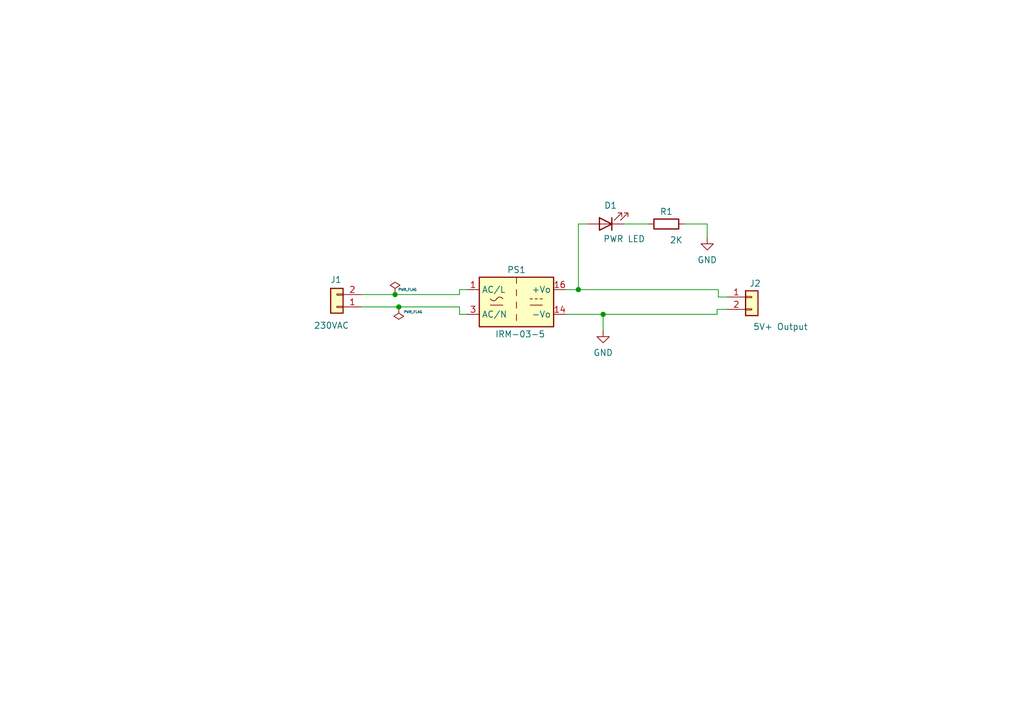
<source format=kicad_sch>
(kicad_sch (version 20211123) (generator eeschema)
  (paper "A5")
  (title_block (title "LL IRM-03 Breakout Board") (date "2022-11-25") (rev "0.1") (company "LL DIY"))
  (lib_symbols
    (symbol "Connector_Generic:Conn_01x02" (pin_names (offset 1.016) hide)
      (property "Reference" "J" (at 0 2.54 0))
      (property "Value" "Conn_01x02" (at 0 -5.08 0))
      (symbol "Conn_01x02_1_1"
        (rectangle (start -1.27 -2.413) (end 0 -2.667) (stroke (width 0.1524)))
        (rectangle (start -1.27 0.127) (end 0 -0.127) (stroke (width 0.1524)))
        (rectangle (start -1.27 1.27) (end 1.27 -3.81) (stroke (width 0.254)) (fill (type background)))
        (pin passive line (at -5.08 0 0) (length 3.81) (name "Pin_1") (number "1"))
        (pin passive line (at -5.08 -2.54 0) (length 3.81) (name "Pin_2") (number "2"))
      )
    )
    (symbol "Converter_ACDC:IRM-03-5"
      (property "Reference" "PS" (at 0 6.35 0))
      (property "Value" "IRM-03-5" (at 0 -6.35 0))
      (symbol "IRM-03-5_0_1"
        (rectangle (start -7.62 5.08) (end 7.62 -5.08) (stroke (width 0.254)) (fill (type background)))
        (arc (start -5.334 0.635) (mid -4.699 0.2495) (end -4.064 0.635))
        (arc (start -2.794 0.635) (mid -3.429 1.0072) (end -4.064 0.635))
        (polyline (pts (xy -5.334 -0.635) (xy -2.794 -0.635)))
        (polyline (pts (xy 0 -2.54) (xy 0 -3.81)))
        (polyline (pts (xy 0 0) (xy 0 -1.27)))
        (polyline (pts (xy 0 2.54) (xy 0 1.27)))
        (polyline (pts (xy 0 5.08) (xy 0 3.81)))
        (polyline (pts (xy 2.794 -0.635) (xy 5.334 -0.635)))
        (polyline (pts (xy 2.794 0.635) (xy 3.302 0.635)))
        (polyline (pts (xy 3.81 0.635) (xy 4.318 0.635)))
        (polyline (pts (xy 4.826 0.635) (xy 5.334 0.635)))
      )
      (symbol "IRM-03-5_1_1"
        (pin power_in line (at -10.16 2.54 0) (length 2.54) (name "AC/L") (number "1"))
        (pin power_out line (at 10.16 -2.54 180) (length 2.54) (name "-Vo") (number "14"))
        (pin power_out line (at 10.16 2.54 180) (length 2.54) (name "+Vo") (number "16"))
        (pin power_in line (at -10.16 -2.54 0) (length 2.54) (name "AC/N") (number "3"))
        (pin no_connect line (at -7.62 0 0) (length 2.54) hide (name "NC") (number "5"))
      )
    )
    (symbol "Device:LED" (pin_numbers hide) (pin_names (offset 1.016) hide)
      (property "Reference" "D" (at 0 2.54 0))
      (property "Value" "LED" (at 0 -2.54 0))
      (symbol "LED_0_1"
        (polyline (pts (xy -1.27 -1.27) (xy -1.27 1.27)) (stroke (width 0.254)))
        (polyline (pts (xy -1.27 0) (xy 1.27 0)))
        (polyline (pts (xy 1.27 -1.27) (xy 1.27 1.27) (xy -1.27 0) (xy 1.27 -1.27)) (stroke (width 0.254)))
        (polyline (pts (xy -3.048 -0.762) (xy -4.572 -2.286) (xy -3.81 -2.286) (xy -4.572 -2.286) (xy -4.572 -1.524)))
        (polyline (pts (xy -1.778 -0.762) (xy -3.302 -2.286) (xy -2.54 -2.286) (xy -3.302 -2.286) (xy -3.302 -1.524)))
      )
      (symbol "LED_1_1"
        (pin passive line (at -3.81 0 0) (length 2.54) (name "K") (number "1"))
        (pin passive line (at 3.81 0 180) (length 2.54) (name "A") (number "2"))
      )
    )
    (symbol "Device:R" (pin_numbers hide) (pin_names (offset 0))
      (property "Reference" "R" (at 2.032 0 90))
      (property "Value" "R" (at 0 0 90))
      (symbol "R_0_1"
        (rectangle (start -1.016 -2.54) (end 1.016 2.54) (stroke (width 0.254)))
      )
      (symbol "R_1_1"
        (pin passive line (at 0 3.81 270) (length 1.27) (name "~") (number "1"))
        (pin passive line (at 0 -3.81 90) (length 1.27) (name "~") (number "2"))
      )
    )
    (symbol "power:GND" (power) (pin_names (offset 0))
      (property "Value" "GND" (at 0 -3.81 0))
      (symbol "GND_0_1"
        (polyline (pts (xy 0 0) (xy 0 -1.27) (xy 1.27 -1.27) (xy 0 -2.54) (xy -1.27 -1.27) (xy 0 -1.27)))
      )
      (symbol "GND_1_1"
        (pin power_in line (at 0 0 270) (length 0) hide (name "GND") (number "1"))
      )
    )
    (symbol "power:PWR_FLAG" (power) (pin_numbers hide) (pin_names (offset 0) hide)
      (property "Value" "PWR_FLAG" (at 0 3.81 0))
      (symbol "PWR_FLAG_0_0"
        (pin power_out line (at 0 0 90) (length 0) (name "pwr") (number "1"))
      )
      (symbol "PWR_FLAG_0_1"
        (polyline (pts (xy 0 0) (xy 0 1.27) (xy -1.016 1.905) (xy 0 2.54) (xy 1.016 1.905) (xy 0 1.27)))
      )
    )
  )
  (junction (at 81.788 62.992))
  (junction (at 123.698 64.516))
  (junction (at 118.618 59.436))
  (junction (at 81.026 60.452))
  (wire (pts (xy 145.034 45.974) (xy 145.034 48.768)))
  (wire (pts (xy 81.026 60.452) (xy 94.234 60.452)))
  (wire (pts (xy 128.016 45.974) (xy 132.842 45.974)))
  (wire (pts (xy 147.066 64.516) (xy 147.066 63.5)))
  (wire (pts (xy 94.234 59.436) (xy 95.758 59.436)))
  (wire (pts (xy 94.234 62.992) (xy 94.234 64.516)))
  (wire (pts (xy 116.078 64.516) (xy 123.698 64.516)))
  (wire (pts (xy 140.462 45.974) (xy 145.034 45.974)))
  (wire (pts (xy 147.066 63.5) (xy 149.098 63.5)))
  (wire (pts (xy 74.168 60.452) (xy 81.026 60.452)))
  (wire (pts (xy 147.32 60.96) (xy 147.32 59.436)))
  (wire (pts (xy 94.234 59.436) (xy 94.234 60.452)))
  (wire (pts (xy 149.098 60.96) (xy 147.32 60.96)))
  (wire (pts (xy 81.788 62.992) (xy 94.234 62.992)))
  (wire (pts (xy 118.618 59.436) (xy 118.618 45.974)))
  (wire (pts (xy 123.698 64.516) (xy 147.066 64.516)))
  (wire (pts (xy 94.234 64.516) (xy 95.758 64.516)))
  (wire (pts (xy 116.078 59.436) (xy 118.618 59.436)))
  (wire (pts (xy 118.618 45.974) (xy 120.396 45.974)))
  (wire (pts (xy 123.698 64.516) (xy 123.698 67.818)))
  (wire (pts (xy 147.32 59.436) (xy 118.618 59.436)))
  (wire (pts (xy 74.168 62.992) (xy 81.788 62.992)))
  (symbol (lib_id "power:GND") (at 123.698 67.818 0) (unit 1)
    (property "Reference" "#PWR0102" (effects hide))
    (property "Value" "GND" (at 123.698 72.39 0))
  )
  (symbol (lib_id "Connector_Generic:Conn_01x02") (at 69.088 62.992 180) (unit 1)
    (property "Reference" "J1" (at 70.104 57.404 0) (effects (justify left)))
    (property "Value" "230VAC" (at 71.628 66.802 0) (effects (justify left)))
  )
  (symbol (lib_id "Connector_Generic:Conn_01x02") (at 154.178 60.96 0) (unit 1)
    (property "Reference" "J2" (at 153.67 58.166 0) (effects (justify left)))
    (property "Value" "5V+ Output" (at 154.432 67.056 0) (effects (justify left)))
  )
  (symbol (lib_id "power:PWR_FLAG") (at 81.788 62.992 180) (unit 1)
    (property "Reference" "#FLG0102" (effects hide))
    (property "Value" "PWR_FLAG" (at 82.804 64.008 0) (effects (font (size 0.5 0.5)) (justify right)))
  )
  (symbol (lib_id "power:PWR_FLAG") (at 81.026 60.452 0) (unit 1)
    (property "Reference" "#FLG0101" (effects hide))
    (property "Value" "PWR_FLAG" (at 83.566 59.436 0) (effects (font (size 0.5 0.5))))
  )
  (symbol (lib_id "Device:R") (at 136.652 45.974 90) (unit 1)
    (property "Reference" "R1" (at 136.652 43.434 90))
    (property "Value" "2K" (at 138.684 49.276 90))
  )
  (symbol (lib_id "Device:LED") (at 124.206 45.974 180) (unit 1)
    (property "Reference" "D1" (at 125.222 42.164 0))
    (property "Value" "PWR LED" (at 128.016 49.022 0))
  )
  (symbol (lib_id "power:GND") (at 145.034 48.768 0) (unit 1)
    (property "Reference" "#PWR0101" (effects hide))
    (property "Value" "GND" (at 145.034 53.34 0))
  )
  (symbol (lib_id "Converter_ACDC:IRM-03-5") (at 105.918 61.976 0) (unit 1)
    (property "Reference" "PS1" (at 105.918 55.372 0))
    (property "Value" "IRM-03-5" (at 106.68 68.58 0))
    (property "Footprint" "Converter_ACDC:Converter_ACDC_MeanWell_IRM-03-xx_THT" (effects hide))
    (property "Datasheet" "https://www.meanwell.com/Upload/PDF/IRM-03/IRM-03-SPEC.PDF" (effects hide))
  )
)
</source>
